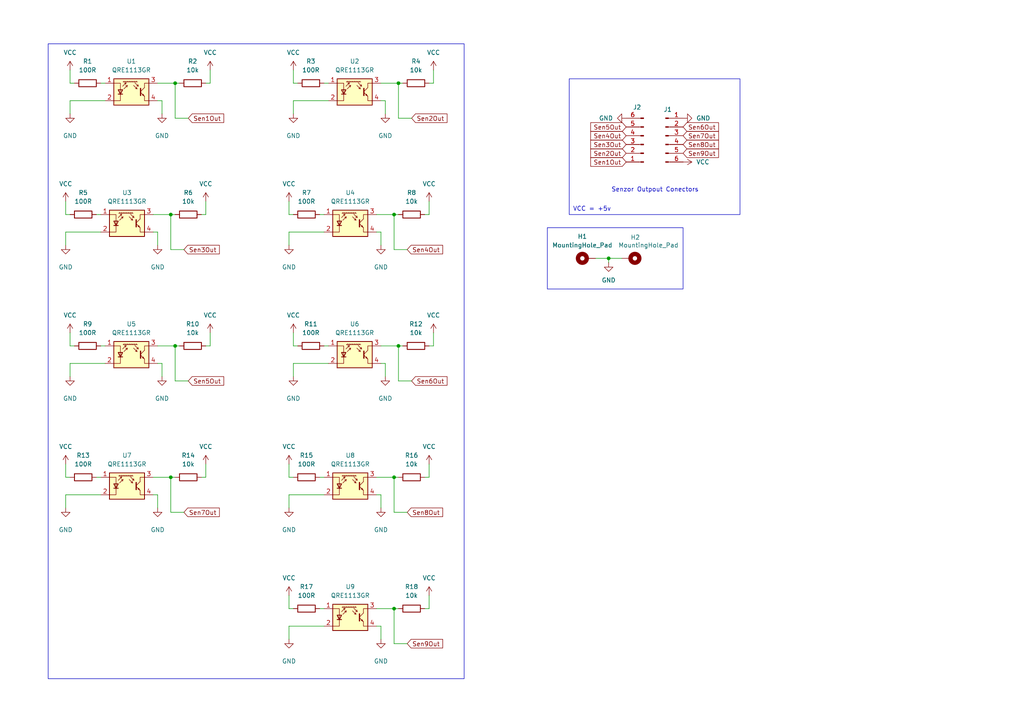
<source format=kicad_sch>
(kicad_sch (version 20250114) (generator "eeschema") (generator_version "9.0")
  (paper "A4")
  (lib_symbols
    (symbol "Connector:Conn_01x06_Pin" (pin_names (offset 1.016) (hide yes))
      (property "Reference" "J" (at 0 7.62 0))
      (property "Value" "Conn_01x06_Pin" (at 0 -10.16 0))
      (symbol "Conn_01x06_Pin_1_1"
        (rectangle (start 0.8636 5.207) (end 0 4.953) (stroke (width 0.1524)) (fill (type outline)))
        (rectangle (start 0.8636 2.667) (end 0 2.413) (stroke (width 0.1524)) (fill (type outline)))
        (rectangle (start 0.8636 0.127) (end 0 -0.127) (stroke (width 0.1524)) (fill (type outline)))
        (rectangle (start 0.8636 -2.413) (end 0 -2.667) (stroke (width 0.1524)) (fill (type outline)))
        (rectangle (start 0.8636 -4.953) (end 0 -5.207) (stroke (width 0.1524)) (fill (type outline)))
        (rectangle (start 0.8636 -7.493) (end 0 -7.747) (stroke (width 0.1524)) (fill (type outline)))
        (polyline (pts (xy 1.27 5.08) (xy 0.8636 5.08)) (stroke (width 0.1524)))
        (polyline (pts (xy 1.27 2.54) (xy 0.8636 2.54)) (stroke (width 0.1524)))
        (polyline (pts (xy 1.27 0) (xy 0.8636 0)) (stroke (width 0.1524)))
        (polyline (pts (xy 1.27 -2.54) (xy 0.8636 -2.54)) (stroke (width 0.1524)))
        (polyline (pts (xy 1.27 -5.08) (xy 0.8636 -5.08)) (stroke (width 0.1524)))
        (polyline (pts (xy 1.27 -7.62) (xy 0.8636 -7.62)) (stroke (width 0.1524)))
        (pin passive line (at 5.08 5.08 180) (length 3.81) (name "Pin_1") (number "1"))
        (pin passive line (at 5.08 2.54 180) (length 3.81) (name "Pin_2") (number "2"))
        (pin passive line (at 5.08 0 180) (length 3.81) (name "Pin_3") (number "3"))
        (pin passive line (at 5.08 -2.54 180) (length 3.81) (name "Pin_4") (number "4"))
        (pin passive line (at 5.08 -5.08 180) (length 3.81) (name "Pin_5") (number "5"))
        (pin passive line (at 5.08 -7.62 180) (length 3.81) (name "Pin_6") (number "6"))
      )
    )
    (symbol "Device:R" (pin_numbers (hide yes)) (pin_names (offset 0))
      (property "Reference" "R" (at 2.032 0 90))
      (property "Value" "R" (at 0 0 90))
      (symbol "R_0_1"
        (rectangle (start -1.016 -2.54) (end 1.016 2.54) (stroke (width 0.254)))
      )
      (symbol "R_1_1"
        (pin passive line (at 0 3.81 270) (length 1.27) (name "~") (number "1"))
        (pin passive line (at 0 -3.81 90) (length 1.27) (name "~") (number "2"))
      )
    )
    (symbol "GND_1" (power) (pin_numbers (hide yes)) (pin_names (offset 0) (hide yes))
      (property "Value" "GND" (at 0 -3.81 0))
      (symbol "GND_1_0_1"
        (polyline (pts (xy 0 0) (xy 0 -1.27) (xy 1.27 -1.27) (xy 0 -2.54) (xy -1.27 -1.27) (xy 0 -1.27)))
      )
      (symbol "GND_1_1_1"
        (pin power_in line (at 0 0 270) (length 0) (name "~") (number "1"))
      )
    )
    (symbol "Mechanical:MountingHole_Pad" (pin_numbers (hide yes)) (pin_names (offset 1.016) (hide yes)) (in_bom no)
      (property "Reference" "H" (at 0 6.35 0))
      (property "Value" "MountingHole_Pad" (at 0 4.445 0))
      (symbol "MountingHole_Pad_0_1"
        (circle (center 0 1.27) (radius 1.27) (stroke (width 1.27)))
      )
      (symbol "MountingHole_Pad_1_1"
        (pin input line (at 0 -2.54 90) (length 2.54) (name "1") (number "1"))
      )
    )
    (symbol "Sensor_Proximity:QRE1113GR" (pin_names (offset 0.0254) (hide yes))
      (property "Reference" "U" (at -3.81 5.08 0))
      (property "Value" "QRE1113GR" (at 11.43 5.08 0))
      (symbol "QRE1113GR_0_1"
        (polyline (pts (xy -5.08 -2.54) (xy -3.175 -2.54) (xy -3.175 2.54) (xy -5.08 2.54)))
        (polyline (pts (xy -5.08 -3.81) (xy 5.08 -3.81) (xy 5.08 3.81) (xy -5.08 3.81) (xy -5.08 -3.81)) (stroke (width 0.254)) (fill (type background)))
        (polyline (pts (xy -3.81 -0.635) (xy -2.54 -0.635)) (stroke (width 0.254)))
        (polyline (pts (xy -3.175 -0.635) (xy -3.81 0.635) (xy -2.54 0.635) (xy -3.175 -0.635)) (stroke (width 0.254)))
        (polyline (pts (xy -2.54 1.651) (xy -1.524 2.667) (xy -2.032 2.54)))
        (polyline (pts (xy -2.286 2.921) (xy -2.032 3.175)))
        (polyline (pts (xy -2.159 0.889) (xy -1.143 1.905) (xy -1.651 1.778)))
        (polyline (pts (xy -1.778 2.921) (xy -1.524 3.175)))
        (polyline (pts (xy -1.524 2.667) (xy -1.651 2.159)))
        (polyline (pts (xy -1.27 2.921) (xy -1.016 3.175)))
        (polyline (pts (xy -1.143 1.905) (xy -1.27 1.397)))
        (polyline (pts (xy -0.762 2.921) (xy -0.508 3.175)))
        (polyline (pts (xy -0.254 2.921) (xy 0 3.175)))
        (polyline (pts (xy 0.254 2.921) (xy 0.508 3.175)))
        (polyline (pts (xy 0.635 1.905) (xy 1.651 0.889) (xy 1.524 1.397)))
        (polyline (pts (xy 0.762 2.921) (xy 1.016 3.175)))
        (polyline (pts (xy 1.016 2.667) (xy 2.032 1.651) (xy 1.905 2.159)))
        (polyline (pts (xy 1.27 2.921) (xy 1.524 3.175)))
        (polyline (pts (xy 1.651 0.889) (xy 1.143 1.016)))
        (polyline (pts (xy 1.778 2.921) (xy -2.413 2.921)))
        (polyline (pts (xy 2.032 1.651) (xy 1.524 1.778)))
        (polyline (pts (xy 2.667 1.016) (xy 2.667 -1.016) (xy 2.667 -1.016)) (stroke (width 0.3556)))
        (polyline (pts (xy 2.667 0.127) (xy 3.81 1.27)))
        (polyline (pts (xy 2.667 -0.127) (xy 3.81 -1.27)))
        (polyline (pts (xy 3.683 -1.143) (xy 3.429 -0.635) (xy 3.175 -0.889) (xy 3.683 -1.143)))
        (polyline (pts (xy 3.81 1.27) (xy 3.81 2.54) (xy 5.08 2.54)))
        (polyline (pts (xy 3.81 -1.27) (xy 3.81 -2.54) (xy 5.08 -2.54)))
      )
      (symbol "QRE1113GR_1_1"
        (pin passive line (at -7.62 2.54 0) (length 2.54) (name "A") (number "1"))
        (pin passive line (at -7.62 -2.54 0) (length 2.54) (name "K") (number "2"))
        (pin open_collector line (at 7.62 2.54 180) (length 2.54) (name "~") (number "3"))
        (pin open_emitter line (at 7.62 -2.54 180) (length 2.54) (name "~") (number "4"))
      )
    )
    (symbol "power:GND" (power) (pin_names (offset 0))
      (property "Value" "GND" (at 0 -3.81 0))
      (symbol "GND_0_1"
        (polyline (pts (xy 0 0) (xy 0 -1.27) (xy 1.27 -1.27) (xy 0 -2.54) (xy -1.27 -1.27) (xy 0 -1.27)))
      )
      (symbol "GND_1_1"
        (pin power_in line (at 0 0 270) (length 0) (hide yes) (name "GND") (number "1"))
      )
    )
    (symbol "power:VCC" (power) (pin_names (offset 0))
      (property "Value" "VCC" (at 0 3.81 0))
      (symbol "VCC_0_1"
        (polyline (pts (xy -0.762 1.27) (xy 0 2.54)))
        (polyline (pts (xy 0 2.54) (xy 0.762 1.27)))
        (polyline (pts (xy 0 0) (xy 0 2.54)))
      )
      (symbol "VCC_1_1"
        (pin power_in line (at 0 0 90) (length 0) (hide yes) (name "VCC") (number "1"))
      )
    )
  )
  (rectangle (start 13.97 12.7) (end 134.62 196.85))
  (rectangle (start 165.1 22.86) (end 214.63 62.23))
  (rectangle (start 158.75 66.04) (end 198.12 83.82))
  (text "Senzor Outpout Conectors\n" (at 189.992 55.118 0) (effects (font (size 1.27 1.27))))
  (text "VCC = +5v" (at 171.704 60.706 0) (effects (font (size 1.27 1.27))))
  (junction (at 115.57 24.13))
  (junction (at 115.57 100.33))
  (junction (at 50.8 24.13))
  (junction (at 49.53 138.43))
  (junction (at 114.3 138.43))
  (junction (at 176.53 74.93))
  (junction (at 114.3 62.23))
  (junction (at 49.53 62.23))
  (junction (at 114.3 176.53))
  (junction (at 50.8 100.33))
  (wire (pts (xy 60.96 20.32) (xy 60.96 24.13)))
  (wire (pts (xy 125.73 20.32) (xy 125.73 24.13)))
  (wire (pts (xy 114.3 62.23) (xy 114.3 72.39)))
  (wire (pts (xy 85.09 24.13) (xy 86.36 24.13)))
  (wire (pts (xy 83.82 67.31) (xy 93.98 67.31)))
  (wire (pts (xy 58.42 138.43) (xy 59.69 138.43)))
  (wire (pts (xy 114.3 138.43) (xy 115.57 138.43)))
  (wire (pts (xy 109.22 138.43) (xy 114.3 138.43)))
  (wire (pts (xy 93.98 24.13) (xy 95.25 24.13)))
  (wire (pts (xy 19.05 134.62) (xy 19.05 138.43)))
  (wire (pts (xy 111.76 29.21) (xy 111.76 33.02)))
  (wire (pts (xy 114.3 72.39) (xy 118.11 72.39)))
  (wire (pts (xy 85.09 100.33) (xy 86.36 100.33)))
  (wire (pts (xy 59.69 58.42) (xy 59.69 62.23)))
  (wire (pts (xy 20.32 20.32) (xy 20.32 24.13)))
  (wire (pts (xy 115.57 110.49) (xy 119.38 110.49)))
  (wire (pts (xy 49.53 138.43) (xy 50.8 138.43)))
  (wire (pts (xy 123.19 138.43) (xy 124.46 138.43)))
  (wire (pts (xy 92.71 176.53) (xy 93.98 176.53)))
  (wire (pts (xy 172.72 74.93) (xy 176.53 74.93)))
  (wire (pts (xy 83.82 58.42) (xy 83.82 62.23)))
  (wire (pts (xy 114.3 148.59) (xy 118.11 148.59)))
  (wire (pts (xy 124.46 172.72) (xy 124.46 176.53)))
  (wire (pts (xy 49.53 62.23) (xy 50.8 62.23)))
  (wire (pts (xy 49.53 138.43) (xy 49.53 148.59)))
  (wire (pts (xy 49.53 72.39) (xy 53.34 72.39)))
  (wire (pts (xy 19.05 67.31) (xy 29.21 67.31)))
  (wire (pts (xy 45.72 100.33) (xy 50.8 100.33)))
  (wire (pts (xy 124.46 24.13) (xy 125.73 24.13)))
  (wire (pts (xy 85.09 33.02) (xy 85.09 29.21)))
  (wire (pts (xy 20.32 96.52) (xy 20.32 100.33)))
  (wire (pts (xy 110.49 29.21) (xy 111.76 29.21)))
  (wire (pts (xy 114.3 138.43) (xy 114.3 148.59)))
  (wire (pts (xy 85.09 20.32) (xy 85.09 24.13)))
  (wire (pts (xy 83.82 62.23) (xy 85.09 62.23)))
  (wire (pts (xy 49.53 62.23) (xy 49.53 72.39)))
  (wire (pts (xy 59.69 24.13) (xy 60.96 24.13)))
  (wire (pts (xy 123.19 62.23) (xy 124.46 62.23)))
  (wire (pts (xy 83.82 147.32) (xy 83.82 143.51)))
  (wire (pts (xy 45.72 67.31) (xy 45.72 71.12)))
  (wire (pts (xy 83.82 181.61) (xy 93.98 181.61)))
  (wire (pts (xy 19.05 58.42) (xy 19.05 62.23)))
  (wire (pts (xy 110.49 24.13) (xy 115.57 24.13)))
  (wire (pts (xy 124.46 58.42) (xy 124.46 62.23)))
  (wire (pts (xy 110.49 105.41) (xy 111.76 105.41)))
  (wire (pts (xy 49.53 148.59) (xy 53.34 148.59)))
  (wire (pts (xy 115.57 24.13) (xy 115.57 34.29)))
  (wire (pts (xy 114.3 176.53) (xy 114.3 186.69)))
  (wire (pts (xy 50.8 34.29) (xy 54.61 34.29)))
  (wire (pts (xy 29.21 24.13) (xy 30.48 24.13)))
  (wire (pts (xy 110.49 181.61) (xy 110.49 185.42)))
  (wire (pts (xy 85.09 96.52) (xy 85.09 100.33)))
  (wire (pts (xy 85.09 109.22) (xy 85.09 105.41)))
  (wire (pts (xy 19.05 143.51) (xy 29.21 143.51)))
  (wire (pts (xy 20.32 24.13) (xy 21.59 24.13)))
  (wire (pts (xy 20.32 29.21) (xy 30.48 29.21)))
  (wire (pts (xy 83.82 138.43) (xy 85.09 138.43)))
  (wire (pts (xy 109.22 143.51) (xy 110.49 143.51)))
  (wire (pts (xy 114.3 62.23) (xy 115.57 62.23)))
  (wire (pts (xy 115.57 24.13) (xy 116.84 24.13)))
  (wire (pts (xy 46.99 105.41) (xy 46.99 109.22)))
  (wire (pts (xy 19.05 138.43) (xy 20.32 138.43)))
  (wire (pts (xy 124.46 100.33) (xy 125.73 100.33)))
  (wire (pts (xy 125.73 96.52) (xy 125.73 100.33)))
  (wire (pts (xy 44.45 62.23) (xy 49.53 62.23)))
  (wire (pts (xy 59.69 134.62) (xy 59.69 138.43)))
  (wire (pts (xy 85.09 105.41) (xy 95.25 105.41)))
  (wire (pts (xy 93.98 100.33) (xy 95.25 100.33)))
  (wire (pts (xy 19.05 71.12) (xy 19.05 67.31)))
  (wire (pts (xy 45.72 29.21) (xy 46.99 29.21)))
  (wire (pts (xy 20.32 109.22) (xy 20.32 105.41)))
  (wire (pts (xy 50.8 24.13) (xy 52.07 24.13)))
  (wire (pts (xy 111.76 105.41) (xy 111.76 109.22)))
  (wire (pts (xy 109.22 62.23) (xy 114.3 62.23)))
  (wire (pts (xy 92.71 138.43) (xy 93.98 138.43)))
  (wire (pts (xy 29.21 100.33) (xy 30.48 100.33)))
  (wire (pts (xy 114.3 186.69) (xy 118.11 186.69)))
  (wire (pts (xy 124.46 134.62) (xy 124.46 138.43)))
  (wire (pts (xy 46.99 29.21) (xy 46.99 33.02)))
  (wire (pts (xy 110.49 143.51) (xy 110.49 147.32)))
  (wire (pts (xy 19.05 62.23) (xy 20.32 62.23)))
  (wire (pts (xy 115.57 34.29) (xy 119.38 34.29)))
  (wire (pts (xy 114.3 176.53) (xy 115.57 176.53)))
  (wire (pts (xy 44.45 138.43) (xy 49.53 138.43)))
  (wire (pts (xy 45.72 24.13) (xy 50.8 24.13)))
  (wire (pts (xy 58.42 62.23) (xy 59.69 62.23)))
  (wire (pts (xy 115.57 100.33) (xy 116.84 100.33)))
  (wire (pts (xy 176.53 74.93) (xy 180.34 74.93)))
  (wire (pts (xy 115.57 100.33) (xy 115.57 110.49)))
  (wire (pts (xy 109.22 67.31) (xy 110.49 67.31)))
  (wire (pts (xy 45.72 143.51) (xy 45.72 147.32)))
  (wire (pts (xy 50.8 100.33) (xy 52.07 100.33)))
  (wire (pts (xy 20.32 105.41) (xy 30.48 105.41)))
  (wire (pts (xy 83.82 143.51) (xy 93.98 143.51)))
  (wire (pts (xy 83.82 71.12) (xy 83.82 67.31)))
  (wire (pts (xy 83.82 176.53) (xy 85.09 176.53)))
  (wire (pts (xy 27.94 62.23) (xy 29.21 62.23)))
  (wire (pts (xy 19.05 147.32) (xy 19.05 143.51)))
  (wire (pts (xy 109.22 181.61) (xy 110.49 181.61)))
  (wire (pts (xy 83.82 185.42) (xy 83.82 181.61)))
  (wire (pts (xy 44.45 67.31) (xy 45.72 67.31)))
  (wire (pts (xy 50.8 24.13) (xy 50.8 34.29)))
  (wire (pts (xy 44.45 143.51) (xy 45.72 143.51)))
  (wire (pts (xy 83.82 172.72) (xy 83.82 176.53)))
  (wire (pts (xy 50.8 100.33) (xy 50.8 110.49)))
  (wire (pts (xy 20.32 33.02) (xy 20.32 29.21)))
  (wire (pts (xy 27.94 138.43) (xy 29.21 138.43)))
  (wire (pts (xy 50.8 110.49) (xy 54.61 110.49)))
  (wire (pts (xy 110.49 67.31) (xy 110.49 71.12)))
  (wire (pts (xy 176.53 76.2) (xy 176.53 74.93)))
  (wire (pts (xy 110.49 100.33) (xy 115.57 100.33)))
  (wire (pts (xy 85.09 29.21) (xy 95.25 29.21)))
  (wire (pts (xy 109.22 176.53) (xy 114.3 176.53)))
  (wire (pts (xy 83.82 134.62) (xy 83.82 138.43)))
  (wire (pts (xy 60.96 96.52) (xy 60.96 100.33)))
  (wire (pts (xy 20.32 100.33) (xy 21.59 100.33)))
  (wire (pts (xy 59.69 100.33) (xy 60.96 100.33)))
  (wire (pts (xy 45.72 105.41) (xy 46.99 105.41)))
  (wire (pts (xy 92.71 62.23) (xy 93.98 62.23)))
  (wire (pts (xy 124.46 176.53) (xy 123.19 176.53)))
  (global_label "Sen1Out" (shape input) (at 54.61 34.29 0) (property "Intersheetrefs" "${INTERSHEET_REFS}" (effects (hide yes))))
  (global_label "Sen8Out" (shape input) (at 198.12 41.91 0) (property "Intersheetrefs" "${INTERSHEET_REFS}" (effects (hide yes))))
  (global_label "Sen4Out" (shape input) (at 181.61 39.37 180) (property "Intersheetrefs" "${INTERSHEET_REFS}" (effects (hide yes))))
  (global_label "Sen7Out" (shape input) (at 198.12 39.37 0) (property "Intersheetrefs" "${INTERSHEET_REFS}" (effects (hide yes))))
  (global_label "Sen5Out" (shape input) (at 181.61 36.83 180) (property "Intersheetrefs" "${INTERSHEET_REFS}" (effects (hide yes))))
  (global_label "Sen8Out" (shape input) (at 118.11 148.59 0) (property "Intersheetrefs" "${INTERSHEET_REFS}" (effects (hide yes))))
  (global_label "Sen6Out" (shape input) (at 198.12 36.83 0) (property "Intersheetrefs" "${INTERSHEET_REFS}" (effects (hide yes))))
  (global_label "Sen6Out" (shape input) (at 119.38 110.49 0) (property "Intersheetrefs" "${INTERSHEET_REFS}" (effects (hide yes))))
  (global_label "Sen9Out" (shape input) (at 198.12 44.45 0) (property "Intersheetrefs" "${INTERSHEET_REFS}" (effects (hide yes))))
  (global_label "Sen2Out" (shape input) (at 119.38 34.29 0) (property "Intersheetrefs" "${INTERSHEET_REFS}" (effects (hide yes))))
  (global_label "Sen3Out" (shape input) (at 53.34 72.39 0) (property "Intersheetrefs" "${INTERSHEET_REFS}" (effects (hide yes))))
  (global_label "Sen4Out" (shape input) (at 118.11 72.39 0) (property "Intersheetrefs" "${INTERSHEET_REFS}" (effects (hide yes))))
  (global_label "Sen5Out" (shape input) (at 54.61 110.49 0) (property "Intersheetrefs" "${INTERSHEET_REFS}" (effects (hide yes))))
  (global_label "Sen1Out" (shape input) (at 181.61 46.99 180) (property "Intersheetrefs" "${INTERSHEET_REFS}" (effects (hide yes))))
  (global_label "Sen7Out" (shape input) (at 53.34 148.59 0) (property "Intersheetrefs" "${INTERSHEET_REFS}" (effects (hide yes))))
  (global_label "Sen2Out" (shape input) (at 181.61 44.45 180) (property "Intersheetrefs" "${INTERSHEET_REFS}" (effects (hide yes))))
  (global_label "Sen9Out" (shape input) (at 118.11 186.69 0) (property "Intersheetrefs" "${INTERSHEET_REFS}" (effects (hide yes))))
  (global_label "Sen3Out" (shape input) (at 181.61 41.91 180) (property "Intersheetrefs" "${INTERSHEET_REFS}" (effects (hide yes))))
  (symbol (lib_id "Device:R") (at 90.17 24.13 90) (unit 1)
    (property "Reference" "R3" (at 90.17 17.78 90))
    (property "Value" "100R" (at 90.17 20.32 90))
    (property "Footprint" "Resistor_SMD:R_0805_2012Metric" (effects (hide yes)))
    (property "LCSC" "C17408" (effects (hide yes)))
  )
  (symbol (lib_id "power:GND") (at 85.09 109.22 0) (unit 1)
    (property "Reference" "#PWR026" (effects (hide yes)))
    (property "Value" "GND" (at 85.09 115.57 0))
  )
  (symbol (lib_id "Device:R") (at 55.88 100.33 90) (unit 1)
    (property "Reference" "R10" (at 55.88 93.98 90))
    (property "Value" "10k" (at 55.88 96.52 90))
    (property "Footprint" "Resistor_SMD:R_0805_2012Metric" (effects (hide yes)))
    (property "LCSC" "C17414" (effects (hide yes)))
  )
  (symbol (lib_id "power:VCC") (at 85.09 96.52 0) (unit 1)
    (property "Reference" "#PWR022" (effects (hide yes)))
    (property "Value" "VCC" (at 85.09 91.44 0))
  )
  (symbol (lib_id "power:GND") (at 46.99 109.22 0) (unit 1)
    (property "Reference" "#PWR025" (effects (hide yes)))
    (property "Value" "GND" (at 46.99 115.57 0))
  )
  (symbol (lib_name "GND_1") (lib_id "power:GND") (at 176.53 76.2 0) (unit 1)
    (property "Reference" "#PWR040" (effects (hide yes)))
    (property "Value" "GND" (at 176.53 81.28 0))
    (property "Description" "Power symbol creates a global label with name \"GND\" , ground" (effects (hide yes)))
  )
  (symbol (lib_id "Device:R") (at 54.61 62.23 90) (unit 1)
    (property "Reference" "R6" (at 54.61 55.88 90))
    (property "Value" "10k" (at 54.61 58.42 90))
    (property "Footprint" "Resistor_SMD:R_0805_2012Metric" (effects (hide yes)))
    (property "LCSC" "C17414" (effects (hide yes)))
  )
  (symbol (lib_id "power:GND") (at 110.49 185.42 0) (unit 1)
    (property "Reference" "#PWR039" (effects (hide yes)))
    (property "Value" "GND" (at 110.49 191.77 0))
  )
  (symbol (lib_id "power:VCC") (at 124.46 134.62 0) (unit 1)
    (property "Reference" "#PWR031" (effects (hide yes)))
    (property "Value" "VCC" (at 124.46 129.54 0))
  )
  (symbol (lib_id "Mechanical:MountingHole_Pad") (at 182.88 74.93 270) (unit 1) (in_bom no)
    (property "Reference" "H2" (at 182.88 68.834 90) (effects (justify left)))
    (property "Value" "MountingHole_Pad" (at 179.324 71.12 90) (effects (justify left)))
    (property "Footprint" "MountingHole:MountingHole_3.2mm_M3_ISO7380_Pad" (effects (hide yes)))
    (property "Description" "Mounting Hole with connection" (effects (hide yes)))
  )
  (symbol (lib_id "power:VCC") (at 20.32 20.32 0) (unit 1)
    (property "Reference" "#PWR01" (effects (hide yes)))
    (property "Value" "VCC" (at 20.32 15.24 0))
  )
  (symbol (lib_id "power:GND") (at 198.12 34.29 90) (unit 1)
    (property "Reference" "#PWR010" (effects (hide yes)))
    (property "Value" "GND" (at 201.93 34.2899 90) (effects (justify right)))
  )
  (symbol (lib_id "Device:R") (at 119.38 138.43 90) (unit 1)
    (property "Reference" "R16" (at 119.38 132.08 90))
    (property "Value" "10k" (at 119.38 134.62 90))
    (property "Footprint" "Resistor_SMD:R_0805_2012Metric" (effects (hide yes)))
    (property "LCSC" "C17414" (effects (hide yes)))
  )
  (symbol (lib_id "power:GND") (at 19.05 147.32 0) (unit 1)
    (property "Reference" "#PWR032" (effects (hide yes)))
    (property "Value" "GND" (at 19.05 153.67 0))
  )
  (symbol (lib_id "power:GND") (at 20.32 33.02 0) (unit 1)
    (property "Reference" "#PWR05" (effects (hide yes)))
    (property "Value" "GND" (at 20.32 39.37 0))
  )
  (symbol (lib_id "Device:R") (at 120.65 100.33 90) (unit 1)
    (property "Reference" "R12" (at 120.65 93.98 90))
    (property "Value" "10k" (at 120.65 96.52 90))
    (property "Footprint" "Resistor_SMD:R_0805_2012Metric" (effects (hide yes)))
    (property "LCSC" "C17414" (effects (hide yes)))
  )
  (symbol (lib_id "power:GND") (at 110.49 147.32 0) (unit 1)
    (property "Reference" "#PWR035" (effects (hide yes)))
    (property "Value" "GND" (at 110.49 153.67 0))
  )
  (symbol (lib_id "Sensor_Proximity:QRE1113GR") (at 36.83 64.77 0) (unit 1)
    (property "Reference" "U3" (at 36.83 55.88 0))
    (property "Value" "QRE1113GR" (at 36.83 58.42 0))
    (property "Footprint" "OptoDevice:OnSemi_CASE100CY" (effects (hide yes)))
    (property "Datasheet" "http://www.onsemi.com/pub/Collateral/QRE1113-D.PDF" (effects (hide yes)))
    (property "LCSC" "C232862" (effects (hide yes)))
  )
  (symbol (lib_id "power:GND") (at 110.49 71.12 0) (unit 1)
    (property "Reference" "#PWR019" (effects (hide yes)))
    (property "Value" "GND" (at 110.49 77.47 0))
  )
  (symbol (lib_id "power:GND") (at 45.72 147.32 0) (unit 1)
    (property "Reference" "#PWR033" (effects (hide yes)))
    (property "Value" "GND" (at 45.72 153.67 0))
  )
  (symbol (lib_id "Device:R") (at 88.9 138.43 90) (unit 1)
    (property "Reference" "R15" (at 88.9 132.08 90))
    (property "Value" "100R" (at 88.9 134.62 90))
    (property "Footprint" "Resistor_SMD:R_0805_2012Metric" (effects (hide yes)))
    (property "LCSC" "C17408" (effects (hide yes)))
  )
  (symbol (lib_id "power:VCC") (at 85.09 20.32 0) (unit 1)
    (property "Reference" "#PWR03" (effects (hide yes)))
    (property "Value" "VCC" (at 85.09 15.24 0))
  )
  (symbol (lib_id "power:GND") (at 83.82 185.42 0) (unit 1)
    (property "Reference" "#PWR038" (effects (hide yes)))
    (property "Value" "GND" (at 83.82 191.77 0))
  )
  (symbol (lib_id "power:VCC") (at 20.32 96.52 0) (unit 1)
    (property "Reference" "#PWR020" (effects (hide yes)))
    (property "Value" "VCC" (at 20.32 91.44 0))
  )
  (symbol (lib_id "Device:R") (at 88.9 62.23 90) (unit 1)
    (property "Reference" "R7" (at 88.9 55.88 90))
    (property "Value" "100R" (at 88.9 58.42 90))
    (property "Footprint" "Resistor_SMD:R_0805_2012Metric" (effects (hide yes)))
    (property "LCSC" "C17408" (effects (hide yes)))
  )
  (symbol (lib_id "power:VCC") (at 19.05 58.42 0) (unit 1)
    (property "Reference" "#PWR012" (effects (hide yes)))
    (property "Value" "VCC" (at 19.05 53.34 0))
  )
  (symbol (lib_id "Sensor_Proximity:QRE1113GR") (at 102.87 102.87 0) (unit 1)
    (property "Reference" "U6" (at 102.87 93.98 0))
    (property "Value" "QRE1113GR" (at 102.87 96.52 0))
    (property "Footprint" "OptoDevice:OnSemi_CASE100CY" (effects (hide yes)))
    (property "Datasheet" "http://www.onsemi.com/pub/Collateral/QRE1113-D.PDF" (effects (hide yes)))
    (property "LCSC" "C232862" (effects (hide yes)))
  )
  (symbol (lib_id "Device:R") (at 90.17 100.33 90) (unit 1)
    (property "Reference" "R11" (at 90.17 93.98 90))
    (property "Value" "100R" (at 90.17 96.52 90))
    (property "Footprint" "Resistor_SMD:R_0805_2012Metric" (effects (hide yes)))
    (property "LCSC" "C17408" (effects (hide yes)))
  )
  (symbol (lib_id "power:GND") (at 19.05 71.12 0) (unit 1)
    (property "Reference" "#PWR016" (effects (hide yes)))
    (property "Value" "GND" (at 19.05 77.47 0))
  )
  (symbol (lib_id "power:VCC") (at 19.05 134.62 0) (unit 1)
    (property "Reference" "#PWR028" (effects (hide yes)))
    (property "Value" "VCC" (at 19.05 129.54 0))
  )
  (symbol (lib_id "power:VCC") (at 60.96 20.32 0) (unit 1)
    (property "Reference" "#PWR02" (effects (hide yes)))
    (property "Value" "VCC" (at 60.96 15.24 0))
  )
  (symbol (lib_id "Sensor_Proximity:QRE1113GR") (at 102.87 26.67 0) (unit 1)
    (property "Reference" "U2" (at 102.87 17.78 0))
    (property "Value" "QRE1113GR" (at 102.87 20.32 0))
    (property "Footprint" "OptoDevice:OnSemi_CASE100CY" (effects (hide yes)))
    (property "Datasheet" "http://www.onsemi.com/pub/Collateral/QRE1113-D.PDF" (effects (hide yes)))
    (property "LCSC" "C232862" (effects (hide yes)))
  )
  (symbol (lib_id "Device:R") (at 24.13 62.23 90) (unit 1)
    (property "Reference" "R5" (at 24.13 55.88 90))
    (property "Value" "100R" (at 24.13 58.42 90))
    (property "Footprint" "Resistor_SMD:R_0805_2012Metric" (effects (hide yes)))
    (property "LCSC" "C17408" (effects (hide yes)))
  )
  (symbol (lib_id "power:GND") (at 83.82 147.32 0) (unit 1)
    (property "Reference" "#PWR034" (effects (hide yes)))
    (property "Value" "GND" (at 83.82 153.67 0))
  )
  (symbol (lib_id "power:VCC") (at 124.46 172.72 0) (unit 1)
    (property "Reference" "#PWR037" (effects (hide yes)))
    (property "Value" "VCC" (at 124.46 167.64 0))
  )
  (symbol (lib_id "power:GND") (at 83.82 71.12 0) (unit 1)
    (property "Reference" "#PWR018" (effects (hide yes)))
    (property "Value" "GND" (at 83.82 77.47 0))
  )
  (symbol (lib_id "Device:R") (at 120.65 24.13 90) (unit 1)
    (property "Reference" "R4" (at 120.65 17.78 90))
    (property "Value" "10k" (at 120.65 20.32 90))
    (property "Footprint" "Resistor_SMD:R_0805_2012Metric" (effects (hide yes)))
    (property "LCSC" "C17414" (effects (hide yes)))
  )
  (symbol (lib_id "power:VCC") (at 59.69 134.62 0) (unit 1)
    (property "Reference" "#PWR029" (effects (hide yes)))
    (property "Value" "VCC" (at 59.69 129.54 0))
  )
  (symbol (lib_id "Sensor_Proximity:QRE1113GR") (at 101.6 64.77 0) (unit 1)
    (property "Reference" "U4" (at 101.6 55.88 0))
    (property "Value" "QRE1113GR" (at 101.6 58.42 0))
    (property "Footprint" "OptoDevice:OnSemi_CASE100CY" (effects (hide yes)))
    (property "Datasheet" "http://www.onsemi.com/pub/Collateral/QRE1113-D.PDF" (effects (hide yes)))
    (property "LCSC" "C232862" (effects (hide yes)))
  )
  (symbol (lib_id "power:VCC") (at 124.46 58.42 0) (unit 1)
    (property "Reference" "#PWR015" (effects (hide yes)))
    (property "Value" "VCC" (at 124.46 53.34 0))
  )
  (symbol (lib_id "Device:R") (at 119.38 176.53 90) (unit 1)
    (property "Reference" "R18" (at 119.38 170.18 90))
    (property "Value" "10k" (at 119.38 172.72 90))
    (property "Footprint" "Resistor_SMD:R_0805_2012Metric" (effects (hide yes)))
    (property "LCSC" "C17414" (effects (hide yes)))
  )
  (symbol (lib_id "power:VCC") (at 198.12 46.99 270) (unit 1)
    (property "Reference" "#PWR011" (effects (hide yes)))
    (property "Value" "VCC" (at 201.93 46.9899 90) (effects (justify left)))
  )
  (symbol (lib_id "power:VCC") (at 125.73 20.32 0) (unit 1)
    (property "Reference" "#PWR04" (effects (hide yes)))
    (property "Value" "VCC" (at 125.73 15.24 0))
  )
  (symbol (lib_id "Device:R") (at 25.4 100.33 90) (unit 1)
    (property "Reference" "R9" (at 25.4 93.98 90))
    (property "Value" "100R" (at 25.4 96.52 90))
    (property "Footprint" "Resistor_SMD:R_0805_2012Metric" (effects (hide yes)))
    (property "LCSC" "C17408" (effects (hide yes)))
  )
  (symbol (lib_id "Sensor_Proximity:QRE1113GR") (at 101.6 140.97 0) (unit 1)
    (property "Reference" "U8" (at 101.6 132.08 0))
    (property "Value" "QRE1113GR" (at 101.6 134.62 0))
    (property "Footprint" "OptoDevice:OnSemi_CASE100CY" (effects (hide yes)))
    (property "Datasheet" "http://www.onsemi.com/pub/Collateral/QRE1113-D.PDF" (effects (hide yes)))
    (property "LCSC" "C232862" (effects (hide yes)))
  )
  (symbol (lib_id "power:GND") (at 111.76 33.02 0) (unit 1)
    (property "Reference" "#PWR08" (effects (hide yes)))
    (property "Value" "GND" (at 111.76 39.37 0))
  )
  (symbol (lib_id "Device:R") (at 24.13 138.43 90) (unit 1)
    (property "Reference" "R13" (at 24.13 132.08 90))
    (property "Value" "100R" (at 24.13 134.62 90))
    (property "Footprint" "Resistor_SMD:R_0805_2012Metric" (effects (hide yes)))
    (property "LCSC" "C17408" (effects (hide yes)))
  )
  (symbol (lib_id "power:GND") (at 20.32 109.22 0) (unit 1)
    (property "Reference" "#PWR024" (effects (hide yes)))
    (property "Value" "GND" (at 20.32 115.57 0))
  )
  (symbol (lib_id "Device:R") (at 119.38 62.23 90) (unit 1)
    (property "Reference" "R8" (at 119.38 55.88 90))
    (property "Value" "10k" (at 119.38 58.42 90))
    (property "Footprint" "Resistor_SMD:R_0805_2012Metric" (effects (hide yes)))
    (property "LCSC" "C17414" (effects (hide yes)))
  )
  (symbol (lib_id "power:GND") (at 45.72 71.12 0) (unit 1)
    (property "Reference" "#PWR017" (effects (hide yes)))
    (property "Value" "GND" (at 45.72 77.47 0))
  )
  (symbol (lib_id "Device:R") (at 54.61 138.43 90) (unit 1)
    (property "Reference" "R14" (at 54.61 132.08 90))
    (property "Value" "10k" (at 54.61 134.62 90))
    (property "Footprint" "Resistor_SMD:R_0805_2012Metric" (effects (hide yes)))
    (property "LCSC" "C17414" (effects (hide yes)))
  )
  (symbol (lib_id "Sensor_Proximity:QRE1113GR") (at 38.1 102.87 0) (unit 1)
    (property "Reference" "U5" (at 38.1 93.98 0))
    (property "Value" "QRE1113GR" (at 38.1 96.52 0))
    (property "Footprint" "OptoDevice:OnSemi_CASE100CY" (effects (hide yes)))
    (property "Datasheet" "http://www.onsemi.com/pub/Collateral/QRE1113-D.PDF" (effects (hide yes)))
    (property "LCSC" "C232862" (effects (hide yes)))
  )
  (symbol (lib_id "power:VCC") (at 83.82 134.62 0) (unit 1)
    (property "Reference" "#PWR030" (effects (hide yes)))
    (property "Value" "VCC" (at 83.82 129.54 0))
  )
  (symbol (lib_id "power:VCC") (at 59.69 58.42 0) (unit 1)
    (property "Reference" "#PWR013" (effects (hide yes)))
    (property "Value" "VCC" (at 59.69 53.34 0))
  )
  (symbol (lib_id "Sensor_Proximity:QRE1113GR") (at 101.6 179.07 0) (unit 1)
    (property "Reference" "U9" (at 101.6 170.18 0))
    (property "Value" "QRE1113GR" (at 101.6 172.72 0))
    (property "Footprint" "OptoDevice:OnSemi_CASE100CY" (effects (hide yes)))
    (property "Datasheet" "http://www.onsemi.com/pub/Collateral/QRE1113-D.PDF" (effects (hide yes)))
    (property "LCSC" "C232862" (effects (hide yes)))
  )
  (symbol (lib_id "Device:R") (at 55.88 24.13 90) (unit 1)
    (property "Reference" "R2" (at 55.88 17.78 90))
    (property "Value" "10k" (at 55.88 20.32 90))
    (property "Footprint" "Resistor_SMD:R_0805_2012Metric" (effects (hide yes)))
    (property "LCSC" "C17414" (effects (hide yes)))
  )
  (symbol (lib_id "Sensor_Proximity:QRE1113GR") (at 36.83 140.97 0) (unit 1)
    (property "Reference" "U7" (at 36.83 132.08 0))
    (property "Value" "QRE1113GR" (at 36.83 134.62 0))
    (property "Footprint" "OptoDevice:OnSemi_CASE100CY" (effects (hide yes)))
    (property "Datasheet" "http://www.onsemi.com/pub/Collateral/QRE1113-D.PDF" (effects (hide yes)))
    (property "LCSC" "C232862" (effects (hide yes)))
  )
  (symbol (lib_id "Connector:Conn_01x06_Pin") (at 193.04 39.37 0) (unit 1)
    (property "Reference" "J1" (at 193.675 31.75 0))
    (property "Value" "Conn_01x06_Pin" (effects (hide yes)))
    (property "Footprint" "Connector_JST:JST_GH_SM06B-GHS-TB_1x06-1MP_P1.25mm_Horizontal" (effects (hide yes)))
    (property "Description" "Generic connector, single row, 01x06, script generated" (effects (hide yes)))
  )
  (symbol (lib_id "Device:R") (at 25.4 24.13 90) (unit 1)
    (property "Reference" "R1" (at 25.4 17.78 90))
    (property "Value" "100R" (at 25.4 20.32 90))
    (property "Footprint" "Resistor_SMD:R_0805_2012Metric" (effects (hide yes)))
    (property "LCSC" "C17408" (effects (hide yes)))
  )
  (symbol (lib_id "Connector:Conn_01x06_Pin") (at 186.69 41.91 180) (unit 1)
    (property "Reference" "J2" (at 184.785 31.115 0))
    (property "Value" "Conn_01x06_Pin" (effects (hide yes)))
    (property "Footprint" "Connector_JST:JST_GH_SM06B-GHS-TB_1x06-1MP_P1.25mm_Horizontal" (effects (hide yes)))
    (property "Description" "Generic connector, single row, 01x06, script generated" (effects (hide yes)))
  )
  (symbol (lib_id "power:GND") (at 181.61 34.29 270) (unit 1)
    (property "Reference" "#PWR09" (effects (hide yes)))
    (property "Value" "GND" (at 177.8 34.2899 90) (effects (justify right)))
  )
  (symbol (lib_id "Sensor_Proximity:QRE1113GR") (at 38.1 26.67 0) (unit 1)
    (property "Reference" "U1" (at 38.1 17.78 0))
    (property "Value" "QRE1113GR" (at 38.1 20.32 0))
    (property "Footprint" "OptoDevice:OnSemi_CASE100CY" (effects (hide yes)))
    (property "Datasheet" "http://www.onsemi.com/pub/Collateral/QRE1113-D.PDF" (effects (hide yes)))
    (property "LCSC" "C232862" (effects (hide yes)))
  )
  (symbol (lib_id "power:VCC") (at 83.82 58.42 0) (unit 1)
    (property "Reference" "#PWR014" (effects (hide yes)))
    (property "Value" "VCC" (at 83.82 53.34 0))
  )
  (symbol (lib_id "power:VCC") (at 83.82 172.72 0) (unit 1)
    (property "Reference" "#PWR036" (effects (hide yes)))
    (property "Value" "VCC" (at 83.82 167.64 0))
  )
  (symbol (lib_id "power:GND") (at 46.99 33.02 0) (unit 1)
    (property "Reference" "#PWR06" (effects (hide yes)))
    (property "Value" "GND" (at 46.99 39.37 0))
  )
  (symbol (lib_id "power:VCC") (at 60.96 96.52 0) (unit 1)
    (property "Reference" "#PWR021" (effects (hide yes)))
    (property "Value" "VCC" (at 60.96 91.44 0))
  )
  (symbol (lib_id "Device:R") (at 88.9 176.53 90) (unit 1)
    (property "Reference" "R17" (at 88.9 170.18 90))
    (property "Value" "100R" (at 88.9 172.72 90))
    (property "Footprint" "Resistor_SMD:R_0805_2012Metric" (effects (hide yes)))
    (property "LCSC" "C17408" (effects (hide yes)))
  )
  (symbol (lib_id "power:VCC") (at 125.73 96.52 0) (unit 1)
    (property "Reference" "#PWR023" (effects (hide yes)))
    (property "Value" "VCC" (at 125.73 91.44 0))
  )
  (symbol (lib_id "power:GND") (at 85.09 33.02 0) (unit 1)
    (property "Reference" "#PWR07" (effects (hide yes)))
    (property "Value" "GND" (at 85.09 39.37 0))
  )
  (symbol (lib_id "Mechanical:MountingHole_Pad") (at 170.18 74.93 90) (unit 1) (in_bom no)
    (property "Reference" "H1" (at 168.91 68.58 90))
    (property "Value" "MountingHole_Pad" (at 168.91 71.12 90))
    (property "Footprint" "MountingHole:MountingHole_3.2mm_M3_ISO7380_Pad" (effects (hide yes)))
    (property "Description" "Mounting Hole with connection" (effects (hide yes)))
  )
  (symbol (lib_id "power:GND") (at 111.76 109.22 0) (unit 1)
    (property "Reference" "#PWR027" (effects (hide yes)))
    (property "Value" "GND" (at 111.76 115.57 0))
  )
)
</source>
